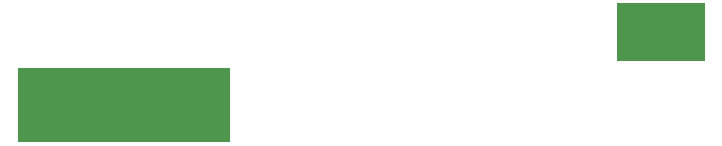
<source format=gko>
G04*
G04 #@! TF.GenerationSoftware,Altium Limited,Altium Designer,23.6.0 (18)*
G04*
G04 Layer_Color=16711935*
%FSLAX25Y25*%
%MOIN*%
G70*
G04*
G04 #@! TF.SameCoordinates,9EB9F688-6EA2-4756-8BD5-BABC090EB3C1*
G04*
G04*
G04 #@! TF.FilePolarity,Positive*
G04*
G01*
G75*
%ADD98R,0.70866X0.24803*%
%ADD99R,0.29528X0.19291*%
D98*
X230035Y118913D02*
D03*
D03*
D99*
X409244Y143425D02*
D03*
D03*
M02*

</source>
